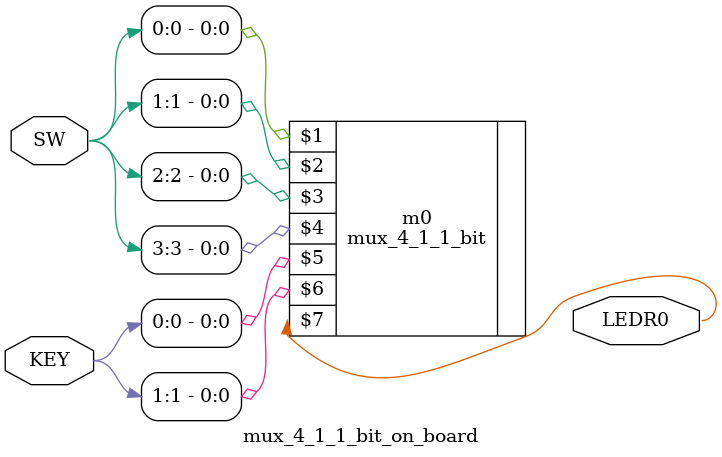
<source format=v>
module mux_4_1_1_bit_on_board(
	input [3:0]SW,
	input [1:0]KEY,
	output LEDR0);
	
	mux_4_1_1_bit m0(SW[0],SW[1],SW[2],SW[3], KEY[0], KEY[1], LEDR0);
	
endmodule
</source>
